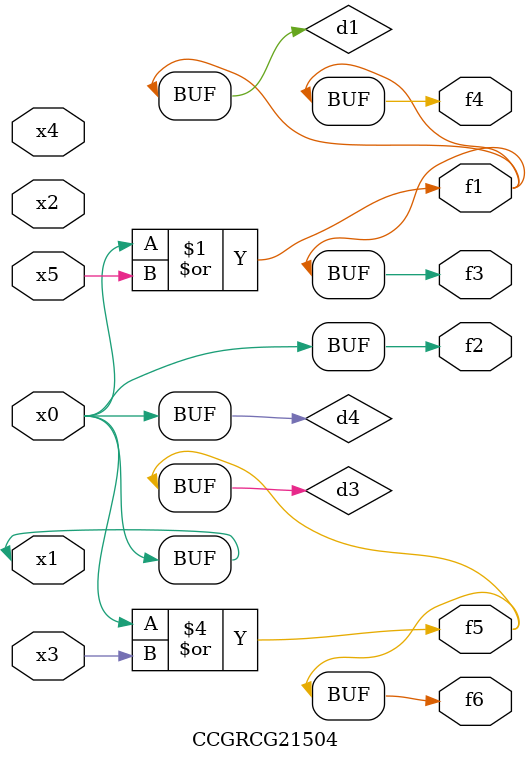
<source format=v>
module CCGRCG21504(
	input x0, x1, x2, x3, x4, x5,
	output f1, f2, f3, f4, f5, f6
);

	wire d1, d2, d3, d4;

	or (d1, x0, x5);
	xnor (d2, x1, x4);
	or (d3, x0, x3);
	buf (d4, x0, x1);
	assign f1 = d1;
	assign f2 = d4;
	assign f3 = d1;
	assign f4 = d1;
	assign f5 = d3;
	assign f6 = d3;
endmodule

</source>
